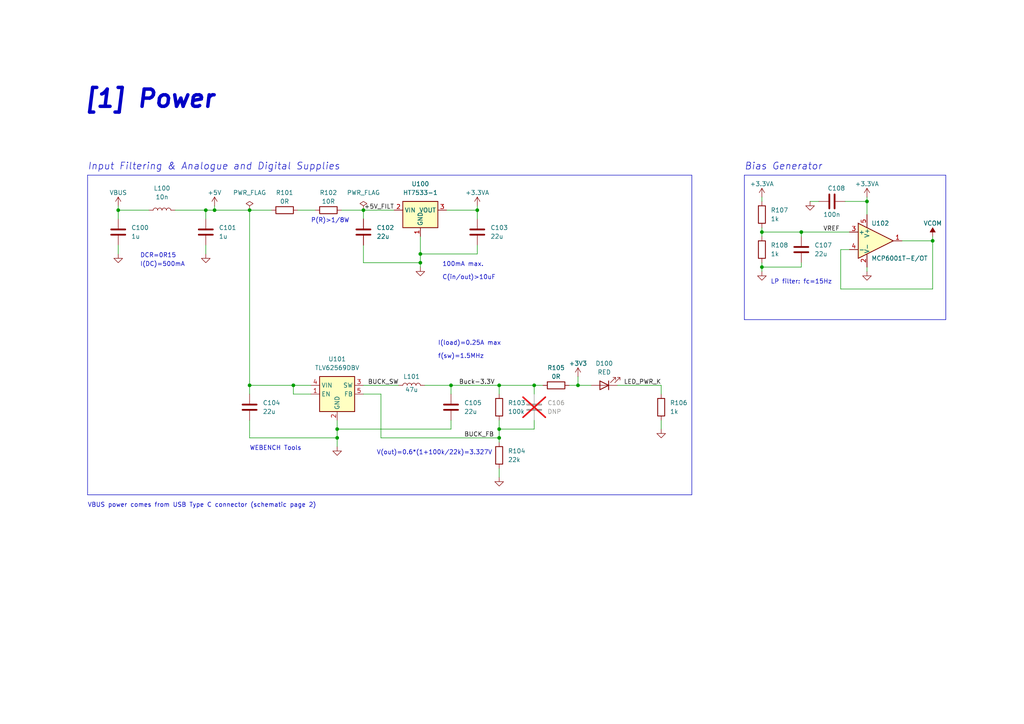
<source format=kicad_sch>
(kicad_sch (version 20230121) (generator eeschema)
  (paper "A4")
  (title_block (title "Mixed Signal PCB") (date "2024-04-14") (rev "1.0") (company "Ceyhun Pempeci"))
  (lib_symbols
    (symbol "+3.3VA_1" (power) (pin_names (offset 0))
      (property "Value" "+3.3VA_1" (at 0 3.556 0))
      (symbol "+3.3VA_1_0_1"
        (polyline (pts (xy -0.762 1.27) (xy 0 2.54)))
        (polyline (pts (xy 0 0) (xy 0 2.54)))
        (polyline (pts (xy 0 2.54) (xy 0.762 1.27)))
      )
      (symbol "+3.3VA_1_1_1"
        (pin power_in line (at 0 0 90) (length 0) hide (name "+3.3VA") (number "1"))
      )
    )
    (symbol "+3.3VA_2" (power) (pin_names (offset 0))
      (property "Value" "+3.3VA_2" (at 0 3.556 0))
      (symbol "+3.3VA_2_0_1"
        (polyline (pts (xy -0.762 1.27) (xy 0 2.54)))
        (polyline (pts (xy 0 0) (xy 0 2.54)))
        (polyline (pts (xy 0 2.54) (xy 0.762 1.27)))
      )
      (symbol "+3.3VA_2_1_1"
        (pin power_in line (at 0 0 90) (length 0) hide (name "+3.3VA") (number "1"))
      )
    )
    (symbol "Amplifier_Operational:MCP6001-OT" (pin_names (offset 0.127))
      (property "Reference" "U" (at -1.27 6.35 0))
      (property "Value" "MCP6001-OT" (at -1.27 3.81 0))
      (symbol "MCP6001-OT_0_1"
        (polyline (pts (xy -5.08 5.08) (xy 5.08 0) (xy -5.08 -5.08) (xy -5.08 5.08)) (stroke (width 0.254)) (fill (type background)))
        (pin power_in line (at -2.54 -7.62 90) (length 3.81) (name "V-") (number "2"))
        (pin power_in line (at -2.54 7.62 270) (length 3.81) (name "V+") (number "5"))
      )
      (symbol "MCP6001-OT_1_1"
        (pin output line (at 7.62 0 180) (length 2.54) (name "~") (number "1"))
        (pin input line (at -7.62 2.54 0) (length 2.54) (name "+") (number "3"))
        (pin input line (at -7.62 -2.54 0) (length 2.54) (name "-") (number "4"))
      )
    )
    (symbol "Device:C" (pin_numbers hide) (pin_names (offset 0.254))
      (property "Reference" "C" (at 0.635 2.54 0))
      (property "Value" "C" (at 0.635 -2.54 0))
      (symbol "C_0_1"
        (polyline (pts (xy -2.032 -0.762) (xy 2.032 -0.762)) (stroke (width 0.508)))
        (polyline (pts (xy -2.032 0.762) (xy 2.032 0.762)) (stroke (width 0.508)))
      )
      (symbol "C_1_1"
        (pin passive line (at 0 3.81 270) (length 2.794) (name "~") (number "1"))
        (pin passive line (at 0 -3.81 90) (length 2.794) (name "~") (number "2"))
      )
    )
    (symbol "Device:L" (pin_numbers hide) (pin_names (offset 1.016) hide)
      (property "Reference" "L" (at -1.27 0 90))
      (property "Value" "L" (at 1.905 0 90))
      (symbol "L_0_1"
        (arc (start 0 -2.54) (mid 0.6323 -1.905) (end 0 -1.27))
        (arc (start 0 -1.27) (mid 0.6323 -0.635) (end 0 0))
        (arc (start 0 0) (mid 0.6323 0.635) (end 0 1.27))
        (arc (start 0 1.27) (mid 0.6323 1.905) (end 0 2.54))
      )
      (symbol "L_1_1"
        (pin passive line (at 0 3.81 270) (length 1.27) (name "1") (number "1"))
        (pin passive line (at 0 -3.81 90) (length 1.27) (name "2") (number "2"))
      )
    )
    (symbol "Device:LED" (pin_numbers hide) (pin_names (offset 1.016) hide)
      (property "Reference" "D" (at 0 2.54 0))
      (property "Value" "LED" (at 0 -2.54 0))
      (symbol "LED_0_1"
        (polyline (pts (xy -1.27 -1.27) (xy -1.27 1.27)) (stroke (width 0.254)))
        (polyline (pts (xy -1.27 0) (xy 1.27 0)))
        (polyline (pts (xy 1.27 -1.27) (xy 1.27 1.27) (xy -1.27 0) (xy 1.27 -1.27)) (stroke (width 0.254)))
        (polyline (pts (xy -3.048 -0.762) (xy -4.572 -2.286) (xy -3.81 -2.286) (xy -4.572 -2.286) (xy -4.572 -1.524)))
        (polyline (pts (xy -1.778 -0.762) (xy -3.302 -2.286) (xy -2.54 -2.286) (xy -3.302 -2.286) (xy -3.302 -1.524)))
      )
      (symbol "LED_1_1"
        (pin passive line (at -3.81 0 0) (length 2.54) (name "K") (number "1"))
        (pin passive line (at 3.81 0 180) (length 2.54) (name "A") (number "2"))
      )
    )
    (symbol "Device:R" (pin_numbers hide) (pin_names (offset 0))
      (property "Reference" "R" (at 2.032 0 90))
      (property "Value" "R" (at 0 0 90))
      (symbol "R_0_1"
        (rectangle (start -1.016 -2.54) (end 1.016 2.54) (stroke (width 0.254)))
      )
      (symbol "R_1_1"
        (pin passive line (at 0 3.81 270) (length 1.27) (name "~") (number "1"))
        (pin passive line (at 0 -3.81 90) (length 1.27) (name "~") (number "2"))
      )
    )
    (symbol "GND_1" (power) (pin_names (offset 0))
      (property "Value" "GND_1" (at 0 -3.81 0))
      (symbol "GND_1_0_1"
        (polyline (pts (xy 0 0) (xy 0 -1.27) (xy 1.27 -1.27) (xy 0 -2.54) (xy -1.27 -1.27) (xy 0 -1.27)))
      )
      (symbol "GND_1_1_1"
        (pin power_in line (at 0 0 270) (length 0) hide (name "GND") (number "1"))
      )
    )
    (symbol "GND_2" (power) (pin_names (offset 0))
      (property "Value" "GND_2" (at 0 -3.81 0))
      (symbol "GND_2_0_1"
        (polyline (pts (xy 0 0) (xy 0 -1.27) (xy 1.27 -1.27) (xy 0 -2.54) (xy -1.27 -1.27) (xy 0 -1.27)))
      )
      (symbol "GND_2_1_1"
        (pin power_in line (at 0 0 270) (length 0) hide (name "GND") (number "1"))
      )
    )
    (symbol "GND_3" (power) (pin_names (offset 0))
      (property "Value" "GND_3" (at 0 -3.81 0))
      (symbol "GND_3_0_1"
        (polyline (pts (xy 0 0) (xy 0 -1.27) (xy 1.27 -1.27) (xy 0 -2.54) (xy -1.27 -1.27) (xy 0 -1.27)))
      )
      (symbol "GND_3_1_1"
        (pin power_in line (at 0 0 270) (length 0) hide (name "GND") (number "1"))
      )
    )
    (symbol "GND_4" (power) (pin_names (offset 0))
      (property "Value" "GND_4" (at 0 -3.81 0))
      (symbol "GND_4_0_1"
        (polyline (pts (xy 0 0) (xy 0 -1.27) (xy 1.27 -1.27) (xy 0 -2.54) (xy -1.27 -1.27) (xy 0 -1.27)))
      )
      (symbol "GND_4_1_1"
        (pin power_in line (at 0 0 270) (length 0) hide (name "GND") (number "1"))
      )
    )
    (symbol "GND_5" (power) (pin_names (offset 0))
      (property "Value" "GND_5" (at 0 -3.81 0))
      (symbol "GND_5_0_1"
        (polyline (pts (xy 0 0) (xy 0 -1.27) (xy 1.27 -1.27) (xy 0 -2.54) (xy -1.27 -1.27) (xy 0 -1.27)))
      )
      (symbol "GND_5_1_1"
        (pin power_in line (at 0 0 270) (length 0) hide (name "GND") (number "1"))
      )
    )
    (symbol "GND_6" (power) (pin_names (offset 0))
      (property "Value" "GND_6" (at 0 -3.81 0))
      (symbol "GND_6_0_1"
        (polyline (pts (xy 0 0) (xy 0 -1.27) (xy 1.27 -1.27) (xy 0 -2.54) (xy -1.27 -1.27) (xy 0 -1.27)))
      )
      (symbol "GND_6_1_1"
        (pin power_in line (at 0 0 270) (length 0) hide (name "GND") (number "1"))
      )
    )
    (symbol "GND_7" (power) (pin_names (offset 0))
      (property "Value" "GND_7" (at 0 -3.81 0))
      (symbol "GND_7_0_1"
        (polyline (pts (xy 0 0) (xy 0 -1.27) (xy 1.27 -1.27) (xy 0 -2.54) (xy -1.27 -1.27) (xy 0 -1.27)))
      )
      (symbol "GND_7_1_1"
        (pin power_in line (at 0 0 270) (length 0) hide (name "GND") (number "1"))
      )
    )
    (symbol "GND_8" (power) (pin_names (offset 0))
      (property "Value" "GND_8" (at 0 -3.81 0))
      (symbol "GND_8_0_1"
        (polyline (pts (xy 0 0) (xy 0 -1.27) (xy 1.27 -1.27) (xy 0 -2.54) (xy -1.27 -1.27) (xy 0 -1.27)))
      )
      (symbol "GND_8_1_1"
        (pin power_in line (at 0 0 270) (length 0) hide (name "GND") (number "1"))
      )
    )
    (symbol "Regulator_Linear:HT75xx-1-SOT89"
      (property "Reference" "U" (at -5.08 -3.81 0))
      (property "Value" "HT75xx-1-SOT89" (at 0 6.35 0))
      (symbol "HT75xx-1-SOT89_0_1"
        (rectangle (start -5.08 5.08) (end 5.08 -2.54) (stroke (width 0.254)) (fill (type background)))
      )
      (symbol "HT75xx-1-SOT89_1_1"
        (pin power_in line (at 0 -5.08 90) (length 2.54) (name "GND") (number "1"))
        (pin power_in line (at -7.62 2.54 0) (length 2.54) (name "VIN") (number "2"))
        (pin power_out line (at 7.62 2.54 180) (length 2.54) (name "VOUT") (number "3"))
      )
    )
    (symbol "Regulator_Switching:TLV62569DBV"
      (property "Reference" "U" (at -5.08 6.35 0))
      (property "Value" "TLV62569DBV" (at 0 6.35 0))
      (symbol "TLV62569DBV_0_1"
        (rectangle (start -5.08 5.08) (end 5.08 -5.08) (stroke (width 0.254)) (fill (type background)))
      )
      (symbol "TLV62569DBV_1_1"
        (pin input line (at -7.62 0 0) (length 2.54) (name "EN") (number "1"))
        (pin power_in line (at 0 -7.62 90) (length 2.54) (name "GND") (number "2"))
        (pin power_out line (at 7.62 2.54 180) (length 2.54) (name "SW") (number "3"))
        (pin power_in line (at -7.62 2.54 0) (length 2.54) (name "VIN") (number "4"))
        (pin input line (at 7.62 0 180) (length 2.54) (name "FB") (number "5"))
      )
    )
    (symbol "power:+3.3VA" (power) (pin_names (offset 0))
      (property "Value" "+3.3VA" (at 0 3.556 0))
      (symbol "+3.3VA_0_1"
        (polyline (pts (xy -0.762 1.27) (xy 0 2.54)))
        (polyline (pts (xy 0 0) (xy 0 2.54)))
        (polyline (pts (xy 0 2.54) (xy 0.762 1.27)))
      )
      (symbol "+3.3VA_1_1"
        (pin power_in line (at 0 0 90) (length 0) hide (name "+3.3VA") (number "1"))
      )
    )
    (symbol "power:+3V3" (power) (pin_names (offset 0))
      (property "Value" "+3V3" (at 0 3.556 0))
      (symbol "+3V3_0_1"
        (polyline (pts (xy -0.762 1.27) (xy 0 2.54)))
        (polyline (pts (xy 0 0) (xy 0 2.54)))
        (polyline (pts (xy 0 2.54) (xy 0.762 1.27)))
      )
      (symbol "+3V3_1_1"
        (pin power_in line (at 0 0 90) (length 0) hide (name "+3V3") (number "1"))
      )
    )
    (symbol "power:+5V" (power) (pin_names (offset 0))
      (property "Value" "+5V" (at 0 3.556 0))
      (symbol "+5V_0_1"
        (polyline (pts (xy -0.762 1.27) (xy 0 2.54)))
        (polyline (pts (xy 0 0) (xy 0 2.54)))
        (polyline (pts (xy 0 2.54) (xy 0.762 1.27)))
      )
      (symbol "+5V_1_1"
        (pin power_in line (at 0 0 90) (length 0) hide (name "+5V") (number "1"))
      )
    )
    (symbol "power:GND" (power) (pin_names (offset 0))
      (property "Value" "GND" (at 0 -3.81 0))
      (symbol "GND_0_1"
        (polyline (pts (xy 0 0) (xy 0 -1.27) (xy 1.27 -1.27) (xy 0 -2.54) (xy -1.27 -1.27) (xy 0 -1.27)))
      )
      (symbol "GND_1_1"
        (pin power_in line (at 0 0 270) (length 0) hide (name "GND") (number "1"))
      )
    )
    (symbol "power:PWR_FLAG" (power) (pin_numbers hide) (pin_names (offset 0) hide)
      (property "Value" "PWR_FLAG" (at 0 3.81 0))
      (symbol "PWR_FLAG_0_0"
        (pin power_out line (at 0 0 90) (length 0) (name "pwr") (number "1"))
      )
      (symbol "PWR_FLAG_0_1"
        (polyline (pts (xy 0 0) (xy 0 1.27) (xy -1.016 1.905) (xy 0 2.54) (xy 1.016 1.905) (xy 0 1.27)))
      )
    )
    (symbol "power:VBUS" (power) (pin_names (offset 0))
      (property "Value" "VBUS" (at 0 3.81 0))
      (symbol "VBUS_0_1"
        (polyline (pts (xy -0.762 1.27) (xy 0 2.54)))
        (polyline (pts (xy 0 0) (xy 0 2.54)))
        (polyline (pts (xy 0 2.54) (xy 0.762 1.27)))
      )
      (symbol "VBUS_1_1"
        (pin power_in line (at 0 0 90) (length 0) hide (name "VBUS") (number "1"))
      )
    )
    (symbol "power:VCOM" (power) (pin_names (offset 0))
      (property "Value" "VCOM" (at 0 3.81 0))
      (symbol "VCOM_0_1"
        (polyline (pts (xy 0 0) (xy 0 2.54)))
        (polyline (pts (xy 0.762 1.27) (xy -0.762 1.27) (xy 0 2.54) (xy 0.762 1.27)) (fill (type outline)))
      )
      (symbol "VCOM_1_1"
        (pin power_in line (at 0 0 90) (length 0) hide (name "VCOM") (number "1"))
      )
    )
  )
  (junction (at 154.94 111.76))
  (junction (at 121.92 73.66))
  (junction (at 72.39 111.76))
  (junction (at 144.78 111.76))
  (junction (at 144.78 124.46))
  (junction (at 232.41 67.31))
  (junction (at 85.09 111.76))
  (junction (at 34.29 60.96))
  (junction (at 138.43 60.96))
  (junction (at 144.78 127))
  (junction (at 270.51 69.85))
  (junction (at 97.79 127))
  (junction (at 167.64 111.76))
  (junction (at 97.79 124.46))
  (junction (at 251.46 58.42))
  (junction (at 121.92 76.2))
  (junction (at 130.81 111.76))
  (junction (at 220.98 67.31))
  (junction (at 72.39 60.96))
  (junction (at 220.98 77.47))
  (junction (at 105.41 60.96))
  (junction (at 59.69 60.96))
  (junction (at 62.23 60.96))
  (wire (pts (xy 232.41 68.58) (xy 232.41 67.31)))
  (wire (pts (xy 261.62 69.85) (xy 270.51 69.85)))
  (wire (pts (xy 97.79 129.54) (xy 97.79 127)))
  (wire (pts (xy 72.39 111.76) (xy 85.09 111.76)))
  (wire (pts (xy 245.11 58.42) (xy 251.46 58.42)))
  (polyline (pts (xy 215.9 92.71) (xy 274.32 92.71)))
  (wire (pts (xy 232.41 77.47) (xy 220.98 77.47)))
  (polyline (pts (xy 200.66 50.8) (xy 25.4 50.8)))
  (wire (pts (xy 59.69 73.66) (xy 59.69 71.12)))
  (polyline (pts (xy 215.9 50.8) (xy 274.32 50.8)))
  (wire (pts (xy 220.98 78.74) (xy 220.98 77.47)))
  (wire (pts (xy 179.07 111.76) (xy 191.77 111.76)))
  (polyline (pts (xy 200.66 143.51) (xy 200.66 50.8)))
  (wire (pts (xy 144.78 124.46) (xy 144.78 127)))
  (wire (pts (xy 72.39 114.3) (xy 72.39 111.76)))
  (wire (pts (xy 234.95 58.42) (xy 237.49 58.42)))
  (wire (pts (xy 232.41 76.2) (xy 232.41 77.47)))
  (wire (pts (xy 97.79 127) (xy 97.79 124.46)))
  (wire (pts (xy 72.39 111.76) (xy 72.39 60.96)))
  (wire (pts (xy 130.81 111.76) (xy 144.78 111.76)))
  (wire (pts (xy 251.46 58.42) (xy 251.46 62.23)))
  (polyline (pts (xy 25.4 50.8) (xy 25.4 143.51)))
  (wire (pts (xy 114.3 60.96) (xy 105.41 60.96)))
  (wire (pts (xy 86.36 60.96) (xy 91.44 60.96)))
  (wire (pts (xy 121.92 73.66) (xy 121.92 76.2)))
  (wire (pts (xy 110.49 127) (xy 110.49 114.3)))
  (wire (pts (xy 130.81 124.46) (xy 97.79 124.46)))
  (wire (pts (xy 130.81 111.76) (xy 130.81 114.3)))
  (wire (pts (xy 34.29 60.96) (xy 34.29 63.5)))
  (wire (pts (xy 167.64 109.22) (xy 167.64 111.76)))
  (wire (pts (xy 59.69 63.5) (xy 59.69 60.96)))
  (wire (pts (xy 191.77 114.3) (xy 191.77 111.76)))
  (wire (pts (xy 72.39 127) (xy 72.39 121.92)))
  (wire (pts (xy 144.78 114.3) (xy 144.78 111.76)))
  (wire (pts (xy 99.06 60.96) (xy 105.41 60.96)))
  (wire (pts (xy 121.92 76.2) (xy 105.41 76.2)))
  (wire (pts (xy 167.64 111.76) (xy 171.45 111.76)))
  (wire (pts (xy 243.84 83.82) (xy 270.51 83.82)))
  (wire (pts (xy 34.29 60.96) (xy 43.18 60.96)))
  (wire (pts (xy 144.78 135.89) (xy 144.78 138.43)))
  (wire (pts (xy 232.41 67.31) (xy 246.38 67.31)))
  (wire (pts (xy 246.38 72.39) (xy 243.84 72.39)))
  (wire (pts (xy 62.23 60.96) (xy 59.69 60.96)))
  (wire (pts (xy 220.98 67.31) (xy 232.41 67.31)))
  (wire (pts (xy 105.41 60.96) (xy 105.41 63.5)))
  (wire (pts (xy 130.81 121.92) (xy 130.81 124.46)))
  (wire (pts (xy 34.29 59.69) (xy 34.29 60.96)))
  (wire (pts (xy 123.19 111.76) (xy 130.81 111.76)))
  (wire (pts (xy 105.41 71.12) (xy 105.41 76.2)))
  (wire (pts (xy 85.09 114.3) (xy 90.17 114.3)))
  (wire (pts (xy 129.54 60.96) (xy 138.43 60.96)))
  (wire (pts (xy 85.09 114.3) (xy 85.09 111.76)))
  (polyline (pts (xy 215.9 50.8) (xy 215.9 92.71)))
  (wire (pts (xy 138.43 73.66) (xy 138.43 71.12)))
  (wire (pts (xy 220.98 77.47) (xy 220.98 76.2)))
  (wire (pts (xy 154.94 111.76) (xy 157.48 111.76)))
  (wire (pts (xy 270.51 68.58) (xy 270.51 69.85)))
  (wire (pts (xy 115.57 111.76) (xy 105.41 111.76)))
  (polyline (pts (xy 274.32 92.71) (xy 274.32 50.8)))
  (polyline (pts (xy 25.4 143.51) (xy 200.66 143.51)))
  (wire (pts (xy 270.51 69.85) (xy 270.51 83.82)))
  (wire (pts (xy 144.78 127) (xy 144.78 128.27)))
  (wire (pts (xy 154.94 121.92) (xy 154.94 124.46)))
  (wire (pts (xy 220.98 68.58) (xy 220.98 67.31)))
  (wire (pts (xy 121.92 73.66) (xy 138.43 73.66)))
  (wire (pts (xy 97.79 124.46) (xy 97.79 121.92)))
  (wire (pts (xy 105.41 114.3) (xy 110.49 114.3)))
  (wire (pts (xy 251.46 58.42) (xy 251.46 57.15)))
  (wire (pts (xy 78.74 60.96) (xy 72.39 60.96)))
  (wire (pts (xy 220.98 66.04) (xy 220.98 67.31)))
  (wire (pts (xy 121.92 68.58) (xy 121.92 73.66)))
  (wire (pts (xy 97.79 127) (xy 72.39 127)))
  (wire (pts (xy 220.98 57.15) (xy 220.98 58.42)))
  (wire (pts (xy 144.78 121.92) (xy 144.78 124.46)))
  (wire (pts (xy 144.78 111.76) (xy 154.94 111.76)))
  (wire (pts (xy 62.23 59.69) (xy 62.23 60.96)))
  (wire (pts (xy 50.8 60.96) (xy 59.69 60.96)))
  (wire (pts (xy 154.94 111.76) (xy 154.94 114.3)))
  (wire (pts (xy 34.29 73.66) (xy 34.29 71.12)))
  (wire (pts (xy 144.78 124.46) (xy 154.94 124.46)))
  (wire (pts (xy 144.78 127) (xy 110.49 127)))
  (wire (pts (xy 191.77 124.46) (xy 191.77 121.92)))
  (wire (pts (xy 165.1 111.76) (xy 167.64 111.76)))
  (wire (pts (xy 85.09 111.76) (xy 90.17 111.76)))
  (wire (pts (xy 243.84 72.39) (xy 243.84 83.82)))
  (wire (pts (xy 138.43 63.5) (xy 138.43 60.96)))
  (wire (pts (xy 251.46 78.74) (xy 251.46 77.47)))
  (wire (pts (xy 72.39 60.96) (xy 62.23 60.96)))
  (wire (pts (xy 121.92 76.2) (xy 121.92 77.47)))
  (wire (pts (xy 138.43 59.69) (xy 138.43 60.96)))
  (text "DCR=0R15" (at 40.64 74.93 0) (effects (font (size 1.27 1.27)) (justify left bottom)))
  (text "C(in/out)>10uF" (at 128.27 81.28 0) (effects (font (size 1.27 1.27)) (justify left bottom)))
  (text "V(out)=0.6*(1+100k/22k)=3.327V" (at 109.22 132.08 0) (effects (font (size 1.27 1.27)) (justify left bottom)))
  (text "I(DC)=500mA" (at 40.64 77.47 0) (effects (font (size 1.27 1.27)) (justify left bottom)))
  (text "Bias Generator" (at 215.9 49.53 0) (effects (font (size 2.0066 2.0066) italic) (justify left bottom)))
  (text "LP filter: fc=15Hz" (at 223.52 82.55 0) (effects (font (size 1.27 1.27)) (justify left bottom)))
  (text "100mA max." (at 128.27 77.47 0) (effects (font (size 1.27 1.27)) (justify left bottom)))
  (text "f(sw)=1.5MHz" (at 127 104.14 0) (effects (font (size 1.27 1.27)) (justify left bottom)))
  (text "VBUS power comes from USB Type C connector (schematic page 2)" (at 25.4 147.32 0) (effects (font (size 1.27 1.27)) (justify left bottom)))
  (text "P(R)>1/8W" (at 90.17 64.77 0) (effects (font (size 1.27 1.27)) (justify left bottom)))
  (text "I(load)=0.25A max" (at 127 100.33 0) (effects (font (size 1.27 1.27)) (justify left bottom)))
  (text "Input Filtering & Analogue and Digital Supplies" (at 25.4 49.53 0) (effects (font (size 2.0066 2.0066) italic) (justify left bottom)))
  (text "[1] Power" (at 24.13 31.75 0) (effects (font (size 5.0038 5.0038) (thickness 1.0008) bold italic) (justify left bottom)))
  (text "WEBENCH Tools" (at 72.39 130.81 0) (effects (font (size 1.27 1.27)) (justify left bottom)))
  (label "+5V_FILT" (at 114.3 60.96 180))
  (label "VREF" (at 238.76 67.31 0))
  (label "LED_PWR_K" (at 191.77 111.76 180))
  (label "Buck-3.3V" (at 143.51 111.76 180))
  (label "BUCK_SW" (at 106.68 111.76 0))
  (label "BUCK_FB" (at 134.62 127 0))
  (symbol (lib_id "power:GND") (at 121.92 77.47 0) (unit 1)
    (property "Reference" "#PWR010" (effects hide))
    (property "Value" "GND" (effects hide))
  )
  (symbol (lib_id "power:+3V3") (at 167.64 109.22 0) (unit 1)
    (property "Reference" "#PWR013" (effects hide))
    (property "Value" "+3V3" (at 167.64 105.41 0))
  )
  (symbol (lib_id "power:+5V") (at 62.23 59.69 0) (unit 1)
    (property "Reference" "#PWR05" (effects hide))
    (property "Value" "+5V" (at 62.23 55.88 0))
  )
  (symbol (lib_id "power:+3.3VA") (at 138.43 59.69 0) (unit 1)
    (property "Reference" "#PWR06" (effects hide))
    (property "Value" "+3.3VA" (at 138.43 55.88 0))
  )
  (symbol (lib_id "Regulator_Linear:HT75xx-1-SOT89") (at 121.92 63.5 0) (unit 1)
    (property "Reference" "U100" (at 121.92 53.34 0))
    (property "Value" "HT7533-1" (at 121.92 55.88 0))
    (property "Footprint" "Package_TO_SOT_SMD:SOT-89-3" (effects hide))
    (property "Datasheet" "https://www.holtek.com/documents/10179/116711/HT75xx-1v250.pdf" (effects hide))
    (property "LCSC" "C14289" (effects hide))
  )
  (symbol (lib_id "Device:C") (at 105.41 67.31 0) (unit 1)
    (property "Reference" "C102" (at 109.22 66.04 0) (effects (justify left)))
    (property "Value" "22u" (at 109.22 68.58 0) (effects (justify left)))
    (property "Footprint" "Capacitor_SMD:C_0805_2012Metric" (effects hide))
    (property "LCSC" "C377773" (effects hide))
  )
  (symbol (lib_id "Device:C") (at 138.43 67.31 0) (unit 1)
    (property "Reference" "C103" (at 142.24 66.04 0) (effects (justify left)))
    (property "Value" "22u" (at 142.24 68.58 0) (effects (justify left)))
    (property "Footprint" "Capacitor_SMD:C_0805_2012Metric" (effects hide))
    (property "LCSC" "C377773" (effects hide))
  )
  (symbol (lib_id "power:VBUS") (at 34.29 59.69 0) (unit 1)
    (property "Reference" "#PWR04" (effects hide))
    (property "Value" "VBUS" (at 34.29 55.88 0))
  )
  (symbol (lib_id "Device:C") (at 34.29 67.31 0) (mirror y) (unit 1)
    (property "Reference" "C100" (at 43.18 66.04 0) (effects (justify left)))
    (property "Value" "1u" (at 40.64 68.58 0) (effects (justify left)))
    (property "Footprint" "Capacitor_SMD:C_0603_1608Metric" (effects hide))
    (property "LCSC" "C15849" (effects hide))
  )
  (symbol (lib_id "Device:C") (at 59.69 67.31 0) (mirror y) (unit 1)
    (property "Reference" "C101" (at 68.58 66.04 0) (effects (justify left)))
    (property "Value" "1u" (at 66.04 68.58 0) (effects (justify left)))
    (property "Footprint" "Capacitor_SMD:C_0603_1608Metric" (effects hide))
    (property "LCSC" "C15849" (effects hide))
  )
  (symbol (lib_name "GND_8") (lib_id "power:GND") (at 34.29 73.66 0) (unit 1)
    (property "Reference" "#PWR08" (effects hide))
    (property "Value" "GND" (effects hide))
  )
  (symbol (lib_name "GND_7") (lib_id "power:GND") (at 59.69 73.66 0) (unit 1)
    (property "Reference" "#PWR09" (effects hide))
    (property "Value" "GND" (effects hide))
  )
  (symbol (lib_id "Amplifier_Operational:MCP6001-OT") (at 254 69.85 0) (unit 1)
    (property "Reference" "U102" (at 252.73 64.77 0) (effects (justify left)))
    (property "Value" "MCP6001T-E/OT" (at 252.73 74.93 0) (effects (justify left)))
    (property "Footprint" "Package_TO_SOT_SMD:SOT-23-5" (effects hide))
    (property "Datasheet" "http://ww1.microchip.com/downloads/en/DeviceDoc/21733j.pdf" (effects hide))
    (property "LCSC" "C29429" (effects hide))
  )
  (symbol (lib_id "Device:C") (at 241.3 58.42 270) (unit 1)
    (property "Reference" "C108" (at 240.03 54.61 90) (effects (justify left)))
    (property "Value" "100n" (at 238.76 62.23 90) (effects (justify left)))
    (property "Footprint" "Capacitor_SMD:C_0402_1005Metric" (effects hide))
    (property "LCSC" "C1525" (effects hide))
  )
  (symbol (lib_name "GND_6") (lib_id "power:GND") (at 251.46 78.74 0) (unit 1)
    (property "Reference" "#PWR012" (effects hide))
    (property "Value" "GND" (effects hide))
  )
  (symbol (lib_name "GND_5") (lib_id "power:GND") (at 234.95 58.42 0) (unit 1)
    (property "Reference" "#PWR03" (effects hide))
    (property "Value" "GND" (effects hide))
  )
  (symbol (lib_name "+3.3VA_2") (lib_id "power:+3.3VA") (at 251.46 57.15 0) (unit 1)
    (property "Reference" "#PWR02" (effects hide))
    (property "Value" "+3.3VA" (at 251.46 53.34 0))
  )
  (symbol (lib_name "+3.3VA_1") (lib_id "power:+3.3VA") (at 220.98 57.15 0) (unit 1)
    (property "Reference" "#PWR01" (effects hide))
    (property "Value" "+3.3VA" (at 220.98 53.34 0))
  )
  (symbol (lib_id "Device:R") (at 220.98 62.23 180) (unit 1)
    (property "Reference" "R107" (at 223.52 60.96 0) (effects (justify right)))
    (property "Value" "1k" (at 223.52 63.5 0) (effects (justify right)))
    (property "Footprint" "Resistor_SMD:R_0402_1005Metric" (effects hide))
    (property "LCSC" "C11702" (effects hide))
  )
  (symbol (lib_id "Device:R") (at 220.98 72.39 180) (unit 1)
    (property "Reference" "R108" (at 223.52 71.12 0) (effects (justify right)))
    (property "Value" "1k" (at 223.52 73.66 0) (effects (justify right)))
    (property "Footprint" "Resistor_SMD:R_0402_1005Metric" (effects hide))
    (property "LCSC" "C11702" (effects hide))
  )
  (symbol (lib_id "Device:C") (at 232.41 72.39 0) (unit 1)
    (property "Reference" "C107" (at 236.22 71.12 0) (effects (justify left)))
    (property "Value" "22u" (at 236.22 73.66 0) (effects (justify left)))
    (property "Footprint" "Capacitor_SMD:C_0805_2012Metric" (effects hide))
    (property "LCSC" "C377773" (effects hide))
  )
  (symbol (lib_name "GND_4") (lib_id "power:GND") (at 220.98 78.74 0) (unit 1)
    (property "Reference" "#PWR011" (effects hide))
    (property "Value" "GND" (effects hide))
  )
  (symbol (lib_id "Regulator_Switching:TLV62569DBV") (at 97.79 114.3 0) (unit 1)
    (property "Reference" "U101" (at 97.79 104.14 0))
    (property "Value" "TLV62569DBV" (at 97.79 106.68 0))
    (property "Footprint" "Package_TO_SOT_SMD:SOT-23-5" (effects hide))
    (property "Datasheet" "http://www.ti.com/lit/ds/symlink/tlv62569.pdf" (effects hide))
    (property "LCSC" "C141836" (effects hide))
  )
  (symbol (lib_id "Device:L") (at 119.38 111.76 90) (unit 1)
    (property "Reference" "L101" (at 119.38 109.22 90))
    (property "Value" "47u" (at 119.38 113.03 90))
    (property "Footprint" "ceyhun:MWSA0603S" (effects hide))
    (property "LCSC" "C408455" (effects hide))
  )
  (symbol (lib_id "Device:C") (at 130.81 118.11 0) (unit 1)
    (property "Reference" "C105" (at 134.62 116.84 0) (effects (justify left)))
    (property "Value" "22u" (at 134.62 119.38 0) (effects (justify left)))
    (property "Footprint" "Capacitor_SMD:C_0805_2012Metric" (effects hide))
    (property "LCSC" "C377773" (effects hide))
  )
  (symbol (lib_id "Device:R") (at 144.78 118.11 180) (unit 1)
    (property "Reference" "R103" (at 147.32 116.84 0) (effects (justify right)))
    (property "Value" "100k" (at 147.32 119.38 0) (effects (justify right)))
    (property "Footprint" "Resistor_SMD:R_0402_1005Metric" (effects hide))
    (property "LCSC" "C25741" (effects hide))
  )
  (symbol (lib_name "GND_3") (lib_id "power:GND") (at 97.79 129.54 0) (unit 1)
    (property "Reference" "#PWR015" (effects hide))
    (property "Value" "GND" (effects hide))
  )
  (symbol (lib_id "Device:C") (at 72.39 118.11 0) (unit 1)
    (property "Reference" "C104" (at 76.2 116.84 0) (effects (justify left)))
    (property "Value" "22u" (at 76.2 119.38 0) (effects (justify left)))
    (property "Footprint" "Capacitor_SMD:C_0805_2012Metric" (effects hide))
    (property "LCSC" "C377773" (effects hide))
  )
  (symbol (lib_id "Device:R") (at 144.78 132.08 180) (unit 1)
    (property "Reference" "R104" (at 147.32 130.81 0) (effects (justify right)))
    (property "Value" "22k" (at 147.32 133.35 0) (effects (justify right)))
    (property "Footprint" "Resistor_SMD:R_0402_1005Metric" (effects hide))
    (property "LCSC" "C25768" (effects hide))
  )
  (symbol (lib_id "Device:C") (at 154.94 118.11 0) (unit 1) (in_bom no) (dnp yes)
    (property "Reference" "C106" (at 158.75 116.84 0) (effects (justify left)))
    (property "Value" "DNP" (at 158.75 119.38 0) (effects (justify left)))
    (property "Footprint" "Capacitor_SMD:C_0402_1005Metric" (effects hide))
    (property "LCSC" "-" (effects hide))
  )
  (symbol (lib_name "GND_2") (lib_id "power:GND") (at 144.78 138.43 0) (unit 1)
    (property "Reference" "#PWR016" (effects hide))
    (property "Value" "GND" (effects hide))
  )
  (symbol (lib_id "Device:LED") (at 175.26 111.76 180) (unit 1)
    (property "Reference" "D100" (at 175.26 105.41 0))
    (property "Value" "RED" (at 175.26 107.95 0))
    (property "Footprint" "LED_SMD:LED_0603_1608Metric" (effects hide))
    (property "LCSC" "C2286" (effects hide))
  )
  (symbol (lib_id "Device:R") (at 191.77 118.11 180) (unit 1)
    (property "Reference" "R106" (at 194.31 116.84 0) (effects (justify right)))
    (property "Value" "1k" (at 194.31 119.38 0) (effects (justify right)))
    (property "Footprint" "Resistor_SMD:R_0402_1005Metric" (effects hide))
    (property "LCSC" "C11702" (effects hide))
  )
  (symbol (lib_name "GND_1") (lib_id "power:GND") (at 191.77 124.46 0) (unit 1)
    (property "Reference" "#PWR014" (effects hide))
    (property "Value" "GND" (effects hide))
  )
  (symbol (lib_id "Device:L") (at 46.99 60.96 90) (unit 1)
    (property "Reference" "L100" (at 46.99 54.61 90))
    (property "Value" "10n" (at 46.99 57.15 90))
    (property "Footprint" "Inductor_SMD:L_0402_1005Metric" (effects hide))
    (property "LCSC" "C27147" (effects hide))
  )
  (symbol (lib_id "power:PWR_FLAG") (at 105.41 60.96 0) (unit 1)
    (property "Reference" "#FLG04" (effects hide))
    (property "Value" "PWR_FLAG" (at 105.41 55.88 0))
  )
  (symbol (lib_id "Device:R") (at 95.25 60.96 270) (unit 1)
    (property "Reference" "R102" (at 95.25 55.88 90))
    (property "Value" "10R" (at 95.25 58.42 90))
    (property "Footprint" "Resistor_SMD:R_2010_5025Metric" (effects hide))
    (property "LCSC" "C324069" (effects hide))
  )
  (symbol (lib_id "power:PWR_FLAG") (at 72.39 60.96 0) (unit 1)
    (property "Reference" "#FLG05" (effects hide))
    (property "Value" "PWR_FLAG" (at 72.39 55.88 0))
  )
  (symbol (lib_id "Device:R") (at 161.29 111.76 270) (unit 1)
    (property "Reference" "R105" (at 161.29 106.68 90))
    (property "Value" "0R" (at 161.29 109.22 90))
    (property "Footprint" "Resistor_SMD:R_2010_5025Metric" (effects hide))
    (property "LCSC" "C270958" (effects hide))
  )
  (symbol (lib_id "Device:R") (at 82.55 60.96 270) (unit 1)
    (property "Reference" "R101" (at 82.55 55.88 90))
    (property "Value" "0R" (at 82.55 58.42 90))
    (property "Footprint" "Resistor_SMD:R_2010_5025Metric" (effects hide))
    (property "LCSC" "C270958" (effects hide))
  )
  (symbol (lib_id "power:VCOM") (at 270.51 68.58 0) (unit 1)
    (property "Reference" "#PWR07" (effects hide))
    (property "Value" "VCOM" (at 270.51 64.77 0))
  )
)
</source>
